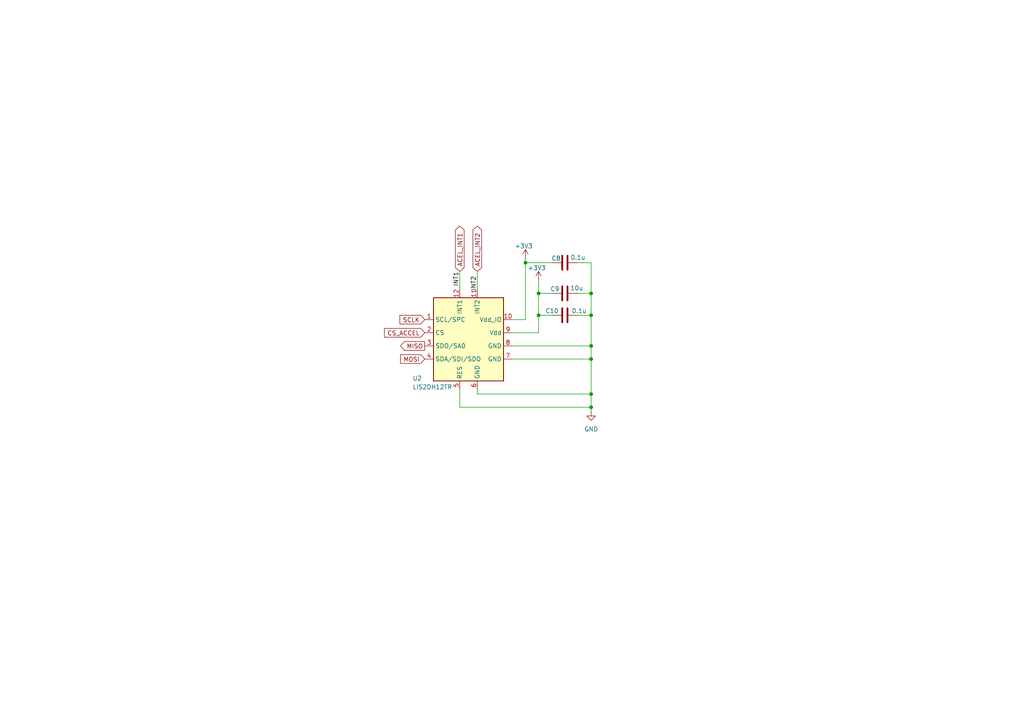
<source format=kicad_sch>
(kicad_sch (version 20250114) (generator "eeschema") (generator_version "9.0")
  (paper "A4")
  (lib_symbols
    (symbol "Device:C" (pin_numbers (hide yes)) (pin_names (offset 0.254))
      (property "Reference" "C" (at 0.635 2.54 0))
      (property "Value" "C" (at 0.635 -2.54 0))
      (symbol "C_0_1"
        (polyline (pts (xy -2.032 0.762) (xy 2.032 0.762)) (stroke (width 0.508)))
        (polyline (pts (xy -2.032 -0.762) (xy 2.032 -0.762)) (stroke (width 0.508)))
      )
      (symbol "C_1_1"
        (pin passive line (at 0 3.81 270) (length 2.794) (name "~") (number "1"))
        (pin passive line (at 0 -3.81 90) (length 2.794) (name "~") (number "2"))
      )
    )
    (symbol "Sensor_Motion:LIS2DH"
      (property "Reference" "U1" (at 7.874 -15.494 0))
      (property "Value" "LIS2DH12" (at 7.874 -18.034 0))
      (symbol "LIS2DH_0_1"
        (rectangle (start -7.62 10.16) (end 12.7 -13.97) (stroke (width 0.254)) (fill (type background)))
      )
      (symbol "LIS2DH_1_1"
        (pin input line (at -10.16 3.81 0) (length 2.54) (name "SCL/SPC") (number "1"))
        (pin input line (at -10.16 0 0) (length 2.54) (name "CS") (number "2"))
        (pin bidirectional line (at -10.16 -3.81 0) (length 2.54) (name "SDO/SA0") (number "3"))
        (pin bidirectional line (at -10.16 -7.62 0) (length 2.54) (name "SDA/SDI/SDO") (number "4"))
        (pin output line (at 0 12.7 270) (length 2.54) (name "INT1") (number "12"))
        (pin passive line (at 0 -16.51 90) (length 2.54) (hide yes) (name "GND") (number "10"))
        (pin passive line (at 0 -16.51 90) (length 2.54) (hide yes) (name "GND") (number "11"))
        (pin passive line (at 0 -16.51 90) (length 2.54) (hide yes) (name "GND") (number "12"))
        (pin passive line (at 0 -16.51 90) (length 2.54) (hide yes) (name "GND") (number "13"))
        (pin passive line (at 0 -16.51 90) (length 2.54) (hide yes) (name "GND") (number "14"))
        (pin bidirectional line (at 0 -16.51 90) (length 2.54) (name "RES") (number "5"))
        (pin output line (at 5.08 12.7 270) (length 2.54) (name "INT2") (number "11"))
        (pin bidirectional line (at 5.08 -16.51 90) (length 2.54) (name "GND") (number "6"))
        (pin bidirectional line (at 15.24 3.81 180) (length 2.54) (name "Vdd_IO") (number "10"))
        (pin bidirectional line (at 15.24 0 180) (length 2.54) (name "Vdd") (number "9"))
        (pin bidirectional line (at 15.24 -3.81 180) (length 2.54) (name "GND") (number "8"))
        (pin bidirectional line (at 15.24 -7.62 180) (length 2.54) (name "GND") (number "7"))
      )
    )
    (symbol "power:+3V3" (power) (pin_numbers (hide yes)) (pin_names (offset 0) (hide yes))
      (property "Value" "+3V3" (at 0 3.556 0))
      (symbol "+3V3_0_1"
        (polyline (pts (xy -0.762 1.27) (xy 0 2.54)))
        (polyline (pts (xy 0 2.54) (xy 0.762 1.27)))
        (polyline (pts (xy 0 0) (xy 0 2.54)))
      )
      (symbol "+3V3_1_1"
        (pin power_in line (at 0 0 90) (length 0) (name "~") (number "1"))
      )
    )
    (symbol "power:GND" (power) (pin_numbers (hide yes)) (pin_names (offset 0) (hide yes))
      (property "Value" "GND" (at 0 -3.81 0))
      (symbol "GND_0_1"
        (polyline (pts (xy 0 0) (xy 0 -1.27) (xy 1.27 -1.27) (xy 0 -2.54) (xy -1.27 -1.27) (xy 0 -1.27)))
      )
      (symbol "GND_1_1"
        (pin power_in line (at 0 0 270) (length 0) (name "~") (number "1"))
      )
    )
  )
  (junction (at 156.21 85.09))
  (junction (at 156.21 91.44))
  (junction (at 171.45 100.33))
  (junction (at 171.45 85.09))
  (junction (at 171.45 91.44))
  (junction (at 152.4 76.2))
  (junction (at 171.45 114.3))
  (junction (at 171.45 118.11))
  (junction (at 171.45 104.14))
  (wire (pts (xy 160.02 85.09) (xy 156.21 85.09)))
  (wire (pts (xy 156.21 91.44) (xy 160.02 91.44)))
  (wire (pts (xy 133.35 118.11) (xy 171.45 118.11)))
  (wire (pts (xy 167.64 76.2) (xy 171.45 76.2)))
  (wire (pts (xy 138.43 113.03) (xy 138.43 114.3)))
  (wire (pts (xy 156.21 85.09) (xy 156.21 91.44)))
  (wire (pts (xy 152.4 92.71) (xy 152.4 76.2)))
  (wire (pts (xy 152.4 74.93) (xy 152.4 76.2)))
  (wire (pts (xy 171.45 91.44) (xy 171.45 100.33)))
  (wire (pts (xy 171.45 118.11) (xy 171.45 119.38)))
  (wire (pts (xy 148.59 100.33) (xy 171.45 100.33)))
  (wire (pts (xy 148.59 96.52) (xy 156.21 96.52)))
  (wire (pts (xy 148.59 92.71) (xy 152.4 92.71)))
  (wire (pts (xy 148.59 104.14) (xy 171.45 104.14)))
  (wire (pts (xy 171.45 104.14) (xy 171.45 114.3)))
  (wire (pts (xy 138.43 114.3) (xy 171.45 114.3)))
  (wire (pts (xy 133.35 78.74) (xy 133.35 83.82)))
  (wire (pts (xy 152.4 76.2) (xy 160.02 76.2)))
  (wire (pts (xy 156.21 96.52) (xy 156.21 91.44)))
  (wire (pts (xy 171.45 85.09) (xy 171.45 91.44)))
  (wire (pts (xy 167.64 85.09) (xy 171.45 85.09)))
  (wire (pts (xy 171.45 76.2) (xy 171.45 85.09)))
  (wire (pts (xy 171.45 114.3) (xy 171.45 118.11)))
  (wire (pts (xy 171.45 100.33) (xy 171.45 104.14)))
  (wire (pts (xy 167.64 91.44) (xy 171.45 91.44)))
  (wire (pts (xy 156.21 81.28) (xy 156.21 85.09)))
  (wire (pts (xy 133.35 113.03) (xy 133.35 118.11)))
  (wire (pts (xy 138.43 78.74) (xy 138.43 83.82)))
  (label "INT2" (at 138.43 80.01 270))
  (label "INT1" (at 133.35 78.74 270))
  (global_label "ACEL_INT2" (shape bidirectional) (at 138.43 78.74 90) (property "Intersheetrefs" "${INTERSHEET_REFS}" (effects (hide yes))))
  (global_label "ACEL_INT1" (shape bidirectional) (at 133.35 78.74 90) (property "Intersheetrefs" "${INTERSHEET_REFS}" (effects (hide yes))))
  (global_label "MOSI" (shape input) (at 123.19 104.14 180) (property "Intersheetrefs" "${INTERSHEET_REFS}" (effects (hide yes))))
  (global_label "SCLK" (shape input) (at 123.19 92.71 180) (property "Intersheetrefs" "${INTERSHEET_REFS}" (effects (hide yes))))
  (global_label "MISO" (shape output) (at 123.19 100.33 180) (property "Intersheetrefs" "${INTERSHEET_REFS}" (effects (hide yes))))
  (global_label "CS_ACCEL" (shape input) (at 123.19 96.52 180) (property "Intersheetrefs" "${INTERSHEET_REFS}" (effects (hide yes))))
  (symbol (lib_id "Device:C") (at 163.83 91.44 270) (unit 1)
    (property "Reference" "C10" (at 162.052 90.17 90) (effects (justify right)))
    (property "Value" "0.1u" (at 170.18 90.17 90) (effects (justify right)))
    (property "Datasheet" "https://www.digikey.com.br/pt/products/detail/samsung-electro-mechanics/CL05A104KA5NNNC/3886701" (effects (hide yes)))
    (property "Description" "Unpolarized capacitor" (effects (hide yes)))
  )
  (symbol (lib_id "Device:C") (at 163.83 76.2 270) (unit 1)
    (property "Reference" "C8" (at 161.29 74.93 90))
    (property "Value" "0.1u" (at 167.64 74.676 90))
    (property "Datasheet" "https://www.digikey.com.br/pt/products/detail/samsung-electro-mechanics/CL05A104KA5NNNC/3886701" (effects (hide yes)))
    (property "Description" "Unpolarized capacitor" (effects (hide yes)))
  )
  (symbol (lib_id "Device:C") (at 163.83 85.09 270) (unit 1)
    (property "Reference" "C9" (at 162.306 83.82 90) (effects (justify right)))
    (property "Value" "10u" (at 169.164 83.566 90) (effects (justify right)))
    (property "Datasheet" "https://www.digikey.com.br/pt/products/detail/samsung-electro-mechanics/CL21A106KOQNNNG/3894417" (effects (hide yes)))
    (property "Description" "Unpolarized capacitor" (effects (hide yes)))
  )
  (symbol (lib_id "power:+3V3") (at 152.4 74.93 0) (unit 1)
    (property "Reference" "#PWR067" (effects (hide yes)))
    (property "Value" "+3V3" (at 151.892 71.374 0))
    (property "Description" "Power symbol creates a global label with name \"+3V3\"" (effects (hide yes)))
  )
  (symbol (lib_id "power:GND") (at 171.45 119.38 0) (unit 1)
    (property "Reference" "#PWR069" (effects (hide yes)))
    (property "Value" "GND" (at 171.45 124.46 0))
    (property "Description" "Power symbol creates a global label with name \"GND\" , ground" (effects (hide yes)))
  )
  (symbol (lib_id "Sensor_Motion:LIS2DH") (at 133.35 96.52 0) (unit 1)
    (property "Reference" "U2" (at 119.634 109.728 0) (effects (justify left)))
    (property "Value" "LIS2DH12TR" (at 119.634 112.268 0) (effects (justify left)))
    (property "Footprint" "Package_LGA:LGA-14_2x2mm_P0.35mm_LayoutBorder3x4y" (effects (hide yes)))
    (property "Datasheet" "https://www.digikey.com.br/pt/products/detail/stmicroelectronics/lis2dh12tr/4899892" (effects (hide yes)))
    (property "Description" "3-Axis Accelerometer, 2/4/8/16g range, I2C/SPI interface, LGA-14" (effects (hide yes)))
  )
  (symbol (lib_id "power:+3V3") (at 156.21 81.28 0) (unit 1)
    (property "Reference" "#PWR068" (effects (hide yes)))
    (property "Value" "+3V3" (at 155.702 77.724 0))
    (property "Description" "Power symbol creates a global label with name \"+3V3\"" (effects (hide yes)))
  )
)
</source>
